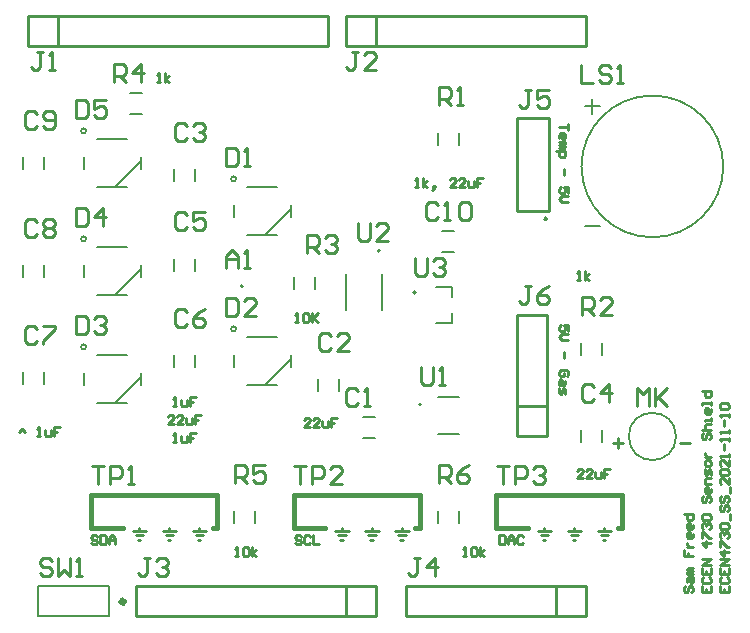
<source format=gto>
G04*
G04 #@! TF.GenerationSoftware,Altium Limited,Altium Designer,21.6.4 (81)*
G04*
G04 Layer_Color=65535*
%FSLAX25Y25*%
%MOIN*%
G70*
G04*
G04 #@! TF.SameCoordinates,79665CF2-DF80-4226-BAFE-3DB74E170362*
G04*
G04*
G04 #@! TF.FilePolarity,Positive*
G04*
G01*
G75*
%ADD10C,0.00787*%
%ADD11C,0.00500*%
%ADD12C,0.00600*%
%ADD13C,0.01000*%
%ADD14C,0.02000*%
%ADD15C,0.01500*%
%ADD16C,0.00787*%
D10*
X139106Y112928D02*
G03*
X139106Y112928I-394J0D01*
G01*
X127194Y126922D02*
G03*
X127194Y126922I-394J0D01*
G01*
X81504Y115000D02*
G03*
X81504Y115000I-394J0D01*
G01*
X140945Y75740D02*
G03*
X140945Y75740I-394J0D01*
G01*
D11*
X241622Y155000D02*
G03*
X241622Y155000I-23622J0D01*
G01*
X225874Y65000D02*
G03*
X225874Y65000I-7874J0D01*
G01*
X145996Y114930D02*
X151114D01*
Y111353D02*
Y114930D01*
Y102658D02*
Y106235D01*
X145996Y102658D02*
X151114D01*
X127785Y107237D02*
Y119048D01*
X115974Y107237D02*
Y119048D01*
X195500Y135000D02*
X200500D01*
X198000Y172500D02*
Y177500D01*
X195500Y175000D02*
X200500D01*
X146457Y65862D02*
X153543D01*
X146457Y78138D02*
X153543D01*
D12*
X79254Y100850D02*
G03*
X79254Y100850I-854J0D01*
G01*
Y150850D02*
G03*
X79254Y150850I-854J0D01*
G01*
X29254Y166850D02*
G03*
X29254Y166850I-854J0D01*
G01*
Y130850D02*
G03*
X29254Y130850I-854J0D01*
G01*
Y94850D02*
G03*
X29254Y94850I-854J0D01*
G01*
X105500Y114000D02*
Y118000D01*
X98500Y114000D02*
Y118000D01*
X89000Y82000D02*
X97400Y90750D01*
X78500Y88000D02*
Y92000D01*
X83000Y82000D02*
X93000D01*
X97500Y88000D02*
Y92000D01*
X83000Y98000D02*
X93000D01*
X106500Y80000D02*
Y84000D01*
X113500Y80000D02*
Y84000D01*
X121500Y71500D02*
X125500D01*
X121500Y64500D02*
X125500D01*
X153500Y162000D02*
Y166000D01*
X146500Y162000D02*
Y166000D01*
X201070Y92056D02*
Y96056D01*
X194070Y92056D02*
Y96056D01*
Y63000D02*
Y67000D01*
X201070Y63000D02*
Y67000D01*
X89000Y132000D02*
X97400Y140750D01*
X78500Y138000D02*
Y142000D01*
X83000Y132000D02*
X93000D01*
X97500Y138000D02*
Y142000D01*
X83000Y148000D02*
X93000D01*
X58500Y150000D02*
Y154000D01*
X65500Y150000D02*
Y154000D01*
Y120246D02*
Y124246D01*
X58500Y120246D02*
Y124246D01*
X44000Y172500D02*
X48000D01*
X44000Y179500D02*
X48000D01*
X15337Y154000D02*
Y158000D01*
X8337Y154000D02*
Y158000D01*
X15337Y118000D02*
Y122000D01*
X8337Y118000D02*
Y122000D01*
X15337Y82382D02*
Y86382D01*
X8337Y82382D02*
Y86382D01*
X39000Y148000D02*
X47400Y156750D01*
X28500Y154000D02*
Y158000D01*
X33000Y148000D02*
X43000D01*
X47500Y154000D02*
Y158000D01*
X33000Y164000D02*
X43000D01*
X39000Y112000D02*
X47400Y120750D01*
X28500Y118000D02*
Y122000D01*
X33000Y112000D02*
X43000D01*
X47500Y118000D02*
Y122000D01*
X33000Y128000D02*
X43000D01*
X39000Y76000D02*
X47400Y84750D01*
X28500Y82000D02*
Y86000D01*
X33000Y76000D02*
X43000D01*
X47500Y82000D02*
Y86000D01*
X33000Y92000D02*
X43000D01*
X58500Y88000D02*
Y92000D01*
X65500Y88000D02*
Y92000D01*
X78500Y36000D02*
Y40000D01*
X85500Y36000D02*
Y40000D01*
X148000Y126500D02*
X152000D01*
X148000Y133500D02*
X152000D01*
X146500Y36000D02*
Y40000D01*
X153500Y36000D02*
Y40000D01*
D13*
X182889Y137500D02*
G03*
X182889Y137500I-394J0D01*
G01*
X196000Y195000D02*
Y205000D01*
X116000Y195000D02*
X196000D01*
X116000D02*
Y205000D01*
X196000D01*
X126000Y195000D02*
Y205000D01*
X179750Y33500D02*
X184250D01*
X182000D02*
Y34527D01*
X180750Y32000D02*
X183250D01*
X181523Y30500D02*
X182250D01*
X189750Y33500D02*
X194250D01*
X192000D02*
Y34527D01*
X190750Y32000D02*
X193250D01*
X191523Y30500D02*
X192250D01*
X199750Y33500D02*
X204250D01*
X202000D02*
Y34527D01*
X200750Y32000D02*
X203250D01*
X201523Y30500D02*
X202250D01*
X134023D02*
X134750D01*
X133250Y32000D02*
X135750D01*
X134500Y33500D02*
Y34527D01*
X132250Y33500D02*
X136750D01*
X124023Y30500D02*
X124750D01*
X123250Y32000D02*
X125750D01*
X124500Y33500D02*
Y34527D01*
X122250Y33500D02*
X126750D01*
X114023Y30500D02*
X114750D01*
X113250Y32000D02*
X115750D01*
X114500Y33500D02*
Y34527D01*
X112250Y33500D02*
X116750D01*
X196000Y5000D02*
Y10000D01*
X186000Y5000D02*
X196000D01*
X186000D02*
Y15000D01*
X196000D01*
Y10000D02*
Y15000D01*
X136000Y5000D02*
X186000D01*
X136000Y15000D02*
X186000D01*
X136000Y5000D02*
Y15000D01*
X20000Y195000D02*
Y205000D01*
X10000D02*
X20000D01*
Y195000D02*
X110000D01*
Y205000D01*
X20000D02*
X110000D01*
X10000Y195000D02*
X20000D01*
X10000D02*
Y205000D01*
X66523Y30500D02*
X67250D01*
X65750Y32000D02*
X68250D01*
X67000Y33500D02*
Y34527D01*
X64750Y33500D02*
X69250D01*
X56523Y30500D02*
X57250D01*
X55750Y32000D02*
X58250D01*
X57000Y33500D02*
Y34527D01*
X54750Y33500D02*
X59250D01*
X46523Y30500D02*
X47250D01*
X45750Y32000D02*
X48250D01*
X47000Y33500D02*
Y34527D01*
X44750Y33500D02*
X49250D01*
X46000Y5000D02*
Y15000D01*
X126000D01*
Y5000D02*
Y15000D01*
X46000Y5000D02*
X126000D01*
X116000D02*
Y15000D01*
X183500Y140000D02*
Y171000D01*
X173000Y140000D02*
X183500D01*
X173000Y171000D02*
X183500D01*
X173000Y140000D02*
Y171000D01*
Y65000D02*
X178000D01*
X173000D02*
Y75000D01*
X183000D02*
Y105500D01*
X173000D02*
X183000D01*
X173000Y75000D02*
Y105500D01*
Y75000D02*
X183000D01*
Y65000D02*
Y75000D01*
X178000Y65000D02*
X183000D01*
X229003Y14999D02*
X228503Y14500D01*
Y13500D01*
X229003Y13000D01*
X229503D01*
X230003Y13500D01*
Y14500D01*
X230503Y14999D01*
X231003D01*
X231503Y14500D01*
Y13500D01*
X231003Y13000D01*
X229503Y16499D02*
Y17499D01*
X230003Y17998D01*
X231503D01*
Y16499D01*
X231003Y15999D01*
X230503Y16499D01*
Y17998D01*
X231503Y18998D02*
X229503D01*
Y19498D01*
X230003Y19998D01*
X231503D01*
X230003D01*
X229503Y20498D01*
X230003Y20997D01*
X231503D01*
X228503Y26996D02*
Y24996D01*
X230003D01*
Y25996D01*
Y24996D01*
X231503D01*
X229503Y27995D02*
X231503D01*
X230503D01*
X230003Y28495D01*
X229503Y28995D01*
Y29495D01*
X231503Y32494D02*
Y31494D01*
X231003Y30994D01*
X230003D01*
X229503Y31494D01*
Y32494D01*
X230003Y32994D01*
X230503D01*
Y30994D01*
X231503Y35493D02*
Y34493D01*
X231003Y33993D01*
X230003D01*
X229503Y34493D01*
Y35493D01*
X230003Y35993D01*
X230503D01*
Y33993D01*
X228503Y38992D02*
X231503D01*
Y37492D01*
X231003Y36992D01*
X230003D01*
X229503Y37492D01*
Y38992D01*
X234502Y14999D02*
Y13000D01*
X237501D01*
Y14999D01*
X236002Y13000D02*
Y14000D01*
X235002Y17998D02*
X234502Y17499D01*
Y16499D01*
X235002Y15999D01*
X237001D01*
X237501Y16499D01*
Y17499D01*
X237001Y17998D01*
X234502Y20997D02*
Y18998D01*
X237501D01*
Y20997D01*
X236002Y18998D02*
Y19998D01*
X237501Y21997D02*
X234502D01*
X237501Y23996D01*
X234502D01*
X237501Y29495D02*
X234502D01*
X236002Y27995D01*
Y29994D01*
X234502Y30994D02*
Y32994D01*
X235002D01*
X237001Y30994D01*
X237501D01*
X235002Y33993D02*
X234502Y34493D01*
Y35493D01*
X235002Y35993D01*
X235502D01*
X236002Y35493D01*
Y34993D01*
Y35493D01*
X236502Y35993D01*
X237001D01*
X237501Y35493D01*
Y34493D01*
X237001Y33993D01*
X235002Y36992D02*
X234502Y37492D01*
Y38492D01*
X235002Y38992D01*
X237001D01*
X237501Y38492D01*
Y37492D01*
X237001Y36992D01*
X235002D01*
Y44990D02*
X234502Y44490D01*
Y43490D01*
X235002Y42990D01*
X235502D01*
X236002Y43490D01*
Y44490D01*
X236502Y44990D01*
X237001D01*
X237501Y44490D01*
Y43490D01*
X237001Y42990D01*
X237501Y47489D02*
Y46489D01*
X237001Y45989D01*
X236002D01*
X235502Y46489D01*
Y47489D01*
X236002Y47989D01*
X236502D01*
Y45989D01*
X237501Y48988D02*
X235502D01*
Y50488D01*
X236002Y50988D01*
X237501D01*
Y51987D02*
Y53487D01*
X237001Y53987D01*
X236502Y53487D01*
Y52487D01*
X236002Y51987D01*
X235502Y52487D01*
Y53987D01*
X237501Y55486D02*
Y56486D01*
X237001Y56986D01*
X236002D01*
X235502Y56486D01*
Y55486D01*
X236002Y54986D01*
X237001D01*
X237501Y55486D01*
X235502Y57986D02*
X237501D01*
X236502D01*
X236002Y58485D01*
X235502Y58985D01*
Y59485D01*
X235002Y65983D02*
X234502Y65483D01*
Y64483D01*
X235002Y63984D01*
X235502D01*
X236002Y64483D01*
Y65483D01*
X236502Y65983D01*
X237001D01*
X237501Y65483D01*
Y64483D01*
X237001Y63984D01*
X234502Y66983D02*
X237501D01*
X236002D01*
X235502Y67482D01*
Y68482D01*
X236002Y68982D01*
X237501D01*
Y69982D02*
Y70981D01*
Y70481D01*
X235502D01*
Y69982D01*
X237501Y73980D02*
Y72981D01*
X237001Y72481D01*
X236002D01*
X235502Y72981D01*
Y73980D01*
X236002Y74480D01*
X236502D01*
Y72481D01*
X237501Y75480D02*
Y76480D01*
Y75980D01*
X234502D01*
Y75480D01*
Y79978D02*
X237501D01*
Y78479D01*
X237001Y77979D01*
X236002D01*
X235502Y78479D01*
Y79978D01*
X240501Y14999D02*
Y13000D01*
X243500D01*
Y14999D01*
X242001Y13000D02*
Y14000D01*
X241001Y17998D02*
X240501Y17499D01*
Y16499D01*
X241001Y15999D01*
X243000D01*
X243500Y16499D01*
Y17499D01*
X243000Y17998D01*
X240501Y20997D02*
Y18998D01*
X243500D01*
Y20997D01*
X242001Y18998D02*
Y19998D01*
X243500Y21997D02*
X240501D01*
X243500Y23996D01*
X240501D01*
X243500Y26496D02*
X240501D01*
X242001Y24996D01*
Y26996D01*
X240501Y27995D02*
Y29994D01*
X241001D01*
X243000Y27995D01*
X243500D01*
X241001Y30994D02*
X240501Y31494D01*
Y32494D01*
X241001Y32994D01*
X241501D01*
X242001Y32494D01*
Y31994D01*
Y32494D01*
X242500Y32994D01*
X243000D01*
X243500Y32494D01*
Y31494D01*
X243000Y30994D01*
X241001Y33993D02*
X240501Y34493D01*
Y35493D01*
X241001Y35993D01*
X243000D01*
X243500Y35493D01*
Y34493D01*
X243000Y33993D01*
X241001D01*
X244000Y36992D02*
Y38992D01*
X241001Y41991D02*
X240501Y41491D01*
Y40491D01*
X241001Y39991D01*
X241501D01*
X242001Y40491D01*
Y41491D01*
X242500Y41991D01*
X243000D01*
X243500Y41491D01*
Y40491D01*
X243000Y39991D01*
X241001Y44990D02*
X240501Y44490D01*
Y43490D01*
X241001Y42990D01*
X241501D01*
X242001Y43490D01*
Y44490D01*
X242500Y44990D01*
X243000D01*
X243500Y44490D01*
Y43490D01*
X243000Y42990D01*
X244000Y45989D02*
Y47989D01*
X243500Y50988D02*
Y48988D01*
X241501Y50988D01*
X241001D01*
X240501Y50488D01*
Y49488D01*
X241001Y48988D01*
Y51987D02*
X240501Y52487D01*
Y53487D01*
X241001Y53987D01*
X243000D01*
X243500Y53487D01*
Y52487D01*
X243000Y51987D01*
X241001D01*
X243500Y56986D02*
Y54986D01*
X241501Y56986D01*
X241001D01*
X240501Y56486D01*
Y55486D01*
X241001Y54986D01*
X243500Y57986D02*
Y58985D01*
Y58485D01*
X240501D01*
X241001Y57986D01*
X242001Y60485D02*
Y62484D01*
X243500Y63484D02*
Y64483D01*
Y63984D01*
X240501D01*
X241001Y63484D01*
X243500Y65983D02*
Y66983D01*
Y66483D01*
X240501D01*
X241001Y65983D01*
X242001Y68482D02*
Y70481D01*
X243500Y71481D02*
Y72481D01*
Y71981D01*
X240501D01*
X241001Y71481D01*
Y73980D02*
X240501Y74480D01*
Y75480D01*
X241001Y75980D01*
X243000D01*
X243500Y75480D01*
Y74480D01*
X243000Y73980D01*
X241001D01*
X58251Y74998D02*
X59251D01*
X58751D01*
Y77997D01*
X58251Y77497D01*
X60750Y76997D02*
Y75498D01*
X61250Y74998D01*
X62750D01*
Y76997D01*
X65749Y77997D02*
X63749D01*
Y76497D01*
X64749D01*
X63749D01*
Y74998D01*
X58501Y68999D02*
X56502D01*
X58501Y70998D01*
Y71498D01*
X58001Y71998D01*
X57002D01*
X56502Y71498D01*
X61500Y68999D02*
X59501D01*
X61500Y70998D01*
Y71498D01*
X61000Y71998D01*
X60001D01*
X59501Y71498D01*
X62500Y70998D02*
Y69499D01*
X63000Y68999D01*
X64499D01*
Y70998D01*
X67498Y71998D02*
X65499D01*
Y70498D01*
X66499D01*
X65499D01*
Y68999D01*
X58251Y63000D02*
X59251D01*
X58751D01*
Y65999D01*
X58251Y65499D01*
X60750Y64999D02*
Y63500D01*
X61250Y63000D01*
X62750D01*
Y64999D01*
X65749Y65999D02*
X63749D01*
Y64499D01*
X64749D01*
X63749D01*
Y63000D01*
X138900Y124598D02*
Y119600D01*
X139900Y118600D01*
X141899D01*
X142899Y119600D01*
Y124598D01*
X144898Y123598D02*
X145898Y124598D01*
X147897D01*
X148897Y123598D01*
Y122599D01*
X147897Y121599D01*
X146897D01*
X147897D01*
X148897Y120599D01*
Y119600D01*
X147897Y118600D01*
X145898D01*
X144898Y119600D01*
X120002Y135999D02*
Y131001D01*
X121001Y130001D01*
X123001D01*
X124000Y131001D01*
Y135999D01*
X129998Y130001D02*
X126000D01*
X129998Y134000D01*
Y134999D01*
X128999Y135999D01*
X126999D01*
X126000Y134999D01*
X103002Y126001D02*
Y131999D01*
X106001D01*
X107000Y130999D01*
Y129000D01*
X106001Y128000D01*
X103002D01*
X105001D02*
X107000Y126001D01*
X109000Y130999D02*
X109999Y131999D01*
X111999D01*
X112998Y130999D01*
Y130000D01*
X111999Y129000D01*
X110999D01*
X111999D01*
X112998Y128000D01*
Y127001D01*
X111999Y126001D01*
X109999D01*
X109000Y127001D01*
X189999Y169000D02*
Y167001D01*
Y168000D01*
X187000D01*
Y164501D02*
Y165501D01*
X187499Y166001D01*
X188499D01*
X188999Y165501D01*
Y164501D01*
X188499Y164002D01*
X187999D01*
Y166001D01*
X187000Y163002D02*
X188999D01*
Y162502D01*
X188499Y162002D01*
X187000D01*
X188499D01*
X188999Y161502D01*
X188499Y161003D01*
X187000D01*
X186000Y160003D02*
X188999D01*
Y158503D01*
X188499Y158004D01*
X187499D01*
X187000Y158503D01*
Y160003D01*
X188499Y154005D02*
Y152006D01*
X189999Y146007D02*
Y148007D01*
X188499D01*
X188999Y147007D01*
Y146507D01*
X188499Y146007D01*
X187499D01*
X187000Y146507D01*
Y147507D01*
X187499Y148007D01*
X189999Y145008D02*
X187999D01*
X187000Y144008D01*
X187999Y143008D01*
X189999D01*
X120000Y192999D02*
X118001D01*
X119001D01*
Y188001D01*
X118001Y187001D01*
X117001D01*
X116002Y188001D01*
X125998Y187001D02*
X122000D01*
X125998Y191000D01*
Y191999D01*
X124999Y192999D01*
X122999D01*
X122000Y191999D01*
X189999Y100001D02*
Y102000D01*
X188499D01*
X188999Y101000D01*
Y100501D01*
X188499Y100001D01*
X187499D01*
X187000Y100501D01*
Y101500D01*
X187499Y102000D01*
X189999Y99001D02*
X187999D01*
X187000Y98001D01*
X187999Y97002D01*
X189999D01*
X188499Y93003D02*
Y91004D01*
X189499Y85005D02*
X189999Y85505D01*
Y86505D01*
X189499Y87005D01*
X187499D01*
X187000Y86505D01*
Y85505D01*
X187499Y85005D01*
X188499D01*
Y86005D01*
X188999Y83506D02*
Y82506D01*
X188499Y82007D01*
X187000D01*
Y83506D01*
X187499Y84006D01*
X187999Y83506D01*
Y82007D01*
X187000Y81007D02*
Y79507D01*
X187499Y79007D01*
X187999Y79507D01*
Y80507D01*
X188499Y81007D01*
X188999Y80507D01*
Y79007D01*
X194300Y188698D02*
Y182700D01*
X198299D01*
X204297Y187698D02*
X203297Y188698D01*
X201298D01*
X200298Y187698D01*
Y186699D01*
X201298Y185699D01*
X203297D01*
X204297Y184699D01*
Y183700D01*
X203297Y182700D01*
X201298D01*
X200298Y183700D01*
X206296Y182700D02*
X208295D01*
X207296D01*
Y188698D01*
X206296Y187698D01*
X194999Y51000D02*
X193000D01*
X194999Y52999D01*
Y53499D01*
X194500Y53999D01*
X193500D01*
X193000Y53499D01*
X197998Y51000D02*
X195999D01*
X197998Y52999D01*
Y53499D01*
X197499Y53999D01*
X196499D01*
X195999Y53499D01*
X198998Y52999D02*
Y51500D01*
X199498Y51000D01*
X200997D01*
Y52999D01*
X203996Y53999D02*
X201997D01*
Y52500D01*
X202997D01*
X201997D01*
Y51000D01*
X193000Y117000D02*
X194000D01*
X193500D01*
Y119999D01*
X193000Y119499D01*
X195499Y117000D02*
Y119999D01*
Y118000D02*
X196999Y118999D01*
X195499Y118000D02*
X196999Y117000D01*
X155000Y25000D02*
X156000D01*
X155500D01*
Y27999D01*
X155000Y27499D01*
X157499D02*
X157999Y27999D01*
X158999D01*
X159499Y27499D01*
Y25500D01*
X158999Y25000D01*
X157999D01*
X157499Y25500D01*
Y27499D01*
X160498Y25000D02*
Y27999D01*
Y26000D02*
X161998Y26999D01*
X160498Y26000D02*
X161998Y25000D01*
X79000D02*
X80000D01*
X79500D01*
Y27999D01*
X79000Y27499D01*
X81499D02*
X81999Y27999D01*
X82999D01*
X83499Y27499D01*
Y25500D01*
X82999Y25000D01*
X81999D01*
X81499Y25500D01*
Y27499D01*
X84498Y25000D02*
Y27999D01*
Y26000D02*
X85998Y26999D01*
X84498Y26000D02*
X85998Y25000D01*
X213002Y75001D02*
Y80999D01*
X215001Y79000D01*
X217000Y80999D01*
Y75001D01*
X219000Y80999D02*
Y75001D01*
Y77000D01*
X222998Y80999D01*
X219999Y78000D01*
X222998Y75001D01*
X227055Y62775D02*
X230387D01*
X205008D02*
X208340D01*
X206674Y64441D02*
Y61109D01*
X139000Y148000D02*
X140000D01*
X139500D01*
Y150999D01*
X139000Y150499D01*
X141499Y148000D02*
Y150999D01*
Y148999D02*
X142999Y149999D01*
X141499Y148999D02*
X142999Y148000D01*
X144998Y147500D02*
X145498Y148000D01*
Y148500D01*
X144998D01*
Y148000D01*
X145498D01*
X144998Y147500D01*
X144498Y147000D01*
X152496Y148000D02*
X150496D01*
X152496Y149999D01*
Y150499D01*
X151996Y150999D01*
X150996D01*
X150496Y150499D01*
X155495Y148000D02*
X153495D01*
X155495Y149999D01*
Y150499D01*
X154995Y150999D01*
X153995D01*
X153495Y150499D01*
X156494Y149999D02*
Y148500D01*
X156994Y148000D01*
X158494D01*
Y149999D01*
X161493Y150999D02*
X159493D01*
Y149499D01*
X160493D01*
X159493D01*
Y148000D01*
X103999Y68000D02*
X102000D01*
X103999Y69999D01*
Y70499D01*
X103499Y70999D01*
X102500D01*
X102000Y70499D01*
X106998Y68000D02*
X104999D01*
X106998Y69999D01*
Y70499D01*
X106499Y70999D01*
X105499D01*
X104999Y70499D01*
X107998Y69999D02*
Y68500D01*
X108498Y68000D01*
X109997D01*
Y69999D01*
X112996Y70999D02*
X110997D01*
Y69499D01*
X111997D01*
X110997D01*
Y68000D01*
X99000Y103000D02*
X100000D01*
X99500D01*
Y105999D01*
X99000Y105499D01*
X101499D02*
X101999Y105999D01*
X102999D01*
X103498Y105499D01*
Y103500D01*
X102999Y103000D01*
X101999D01*
X101499Y103500D01*
Y105499D01*
X104498Y105999D02*
Y103000D01*
Y104000D01*
X106498Y105999D01*
X104998Y104499D01*
X106498Y103000D01*
X53000Y183000D02*
X54000D01*
X53500D01*
Y185999D01*
X53000Y185499D01*
X55499Y183000D02*
Y185999D01*
Y184000D02*
X56999Y184999D01*
X55499Y184000D02*
X56999Y183000D01*
X7000Y66500D02*
X8000Y67499D01*
X8999Y66500D01*
X12998Y65000D02*
X13998D01*
X13498D01*
Y67999D01*
X12998Y67499D01*
X15497Y66999D02*
Y65500D01*
X15997Y65000D01*
X17497D01*
Y66999D01*
X20496Y67999D02*
X18496D01*
Y66500D01*
X19496D01*
X18496D01*
Y65000D01*
X167000Y31999D02*
Y29000D01*
X168500D01*
X168999Y29500D01*
Y31499D01*
X168500Y31999D01*
X167000D01*
X169999Y29000D02*
Y30999D01*
X170999Y31999D01*
X171998Y30999D01*
Y29000D01*
Y30500D01*
X169999D01*
X174997Y31499D02*
X174498Y31999D01*
X173498D01*
X172998Y31499D01*
Y29500D01*
X173498Y29000D01*
X174498D01*
X174997Y29500D01*
X100999Y31499D02*
X100499Y31999D01*
X99500D01*
X99000Y31499D01*
Y30999D01*
X99500Y30500D01*
X100499D01*
X100999Y30000D01*
Y29500D01*
X100499Y29000D01*
X99500D01*
X99000Y29500D01*
X103998Y31499D02*
X103499Y31999D01*
X102499D01*
X101999Y31499D01*
Y29500D01*
X102499Y29000D01*
X103499D01*
X103998Y29500D01*
X104998Y31999D02*
Y29000D01*
X106997D01*
X32999Y31499D02*
X32500Y31999D01*
X31500D01*
X31000Y31499D01*
Y30999D01*
X31500Y30500D01*
X32500D01*
X32999Y30000D01*
Y29500D01*
X32500Y29000D01*
X31500D01*
X31000Y29500D01*
X33999Y31999D02*
Y29000D01*
X35499D01*
X35998Y29500D01*
Y31499D01*
X35499Y31999D01*
X33999D01*
X36998Y29000D02*
Y30999D01*
X37998Y31999D01*
X38997Y30999D01*
Y29000D01*
Y30500D01*
X36998D01*
X75900Y110998D02*
Y105000D01*
X78899D01*
X79899Y106000D01*
Y109998D01*
X78899Y110998D01*
X75900D01*
X85897Y105000D02*
X81898D01*
X85897Y108999D01*
Y109998D01*
X84897Y110998D01*
X82898D01*
X81898Y109998D01*
X166200Y55198D02*
X170199D01*
X168199D01*
Y49200D01*
X172198D02*
Y55198D01*
X175197D01*
X176197Y54198D01*
Y52199D01*
X175197Y51199D01*
X172198D01*
X178196Y54198D02*
X179196Y55198D01*
X181195D01*
X182195Y54198D01*
Y53199D01*
X181195Y52199D01*
X180195D01*
X181195D01*
X182195Y51199D01*
Y50200D01*
X181195Y49200D01*
X179196D01*
X178196Y50200D01*
X98700Y55198D02*
X102699D01*
X100699D01*
Y49200D01*
X104698D02*
Y55198D01*
X107697D01*
X108697Y54198D01*
Y52199D01*
X107697Y51199D01*
X104698D01*
X114695Y49200D02*
X110696D01*
X114695Y53199D01*
Y54198D01*
X113695Y55198D01*
X111696D01*
X110696Y54198D01*
X76001Y121001D02*
Y125000D01*
X78001Y126999D01*
X80000Y125000D01*
Y121001D01*
Y124000D01*
X76001D01*
X81999Y121001D02*
X83999D01*
X82999D01*
Y126999D01*
X81999Y125999D01*
X140499Y24498D02*
X138499D01*
X139499D01*
Y19500D01*
X138499Y18500D01*
X137500D01*
X136500Y19500D01*
X145497Y18500D02*
Y24498D01*
X142498Y21499D01*
X146497D01*
X15000Y192999D02*
X13001D01*
X14000D01*
Y188001D01*
X13001Y187001D01*
X12001D01*
X11001Y188001D01*
X16999Y187001D02*
X18999D01*
X17999D01*
Y192999D01*
X16999Y191999D01*
X140800Y88198D02*
Y83200D01*
X141800Y82200D01*
X143799D01*
X144799Y83200D01*
Y88198D01*
X146798Y82200D02*
X148797D01*
X147798D01*
Y88198D01*
X146798Y87198D01*
X110999Y98498D02*
X109999Y99498D01*
X108000D01*
X107000Y98498D01*
Y94500D01*
X108000Y93500D01*
X109999D01*
X110999Y94500D01*
X116997Y93500D02*
X112998D01*
X116997Y97499D01*
Y98498D01*
X115997Y99498D01*
X113998D01*
X112998Y98498D01*
X119999Y79998D02*
X118999Y80998D01*
X117000D01*
X116000Y79998D01*
Y76000D01*
X117000Y75000D01*
X118999D01*
X119999Y76000D01*
X121998Y75000D02*
X123997D01*
X122998D01*
Y80998D01*
X121998Y79998D01*
X31200Y55198D02*
X35199D01*
X33199D01*
Y49200D01*
X37198D02*
Y55198D01*
X40197D01*
X41197Y54198D01*
Y52199D01*
X40197Y51199D01*
X37198D01*
X43196Y49200D02*
X45195D01*
X44196D01*
Y55198D01*
X43196Y54198D01*
X147000Y175500D02*
Y181498D01*
X149999D01*
X150999Y180498D01*
Y178499D01*
X149999Y177499D01*
X147000D01*
X148999D02*
X150999Y175500D01*
X152998D02*
X154997D01*
X153998D01*
Y181498D01*
X152998Y180498D01*
X194600Y105600D02*
Y111598D01*
X197599D01*
X198599Y110598D01*
Y108599D01*
X197599Y107599D01*
X194600D01*
X196599D02*
X198599Y105600D01*
X204597D02*
X200598D01*
X204597Y109599D01*
Y110598D01*
X203597Y111598D01*
X201598D01*
X200598Y110598D01*
X198599Y81498D02*
X197599Y82498D01*
X195600D01*
X194600Y81498D01*
Y77500D01*
X195600Y76500D01*
X197599D01*
X198599Y77500D01*
X203597Y76500D02*
Y82498D01*
X200598Y79499D01*
X204597D01*
X75900Y160998D02*
Y155000D01*
X78899D01*
X79899Y156000D01*
Y159998D01*
X78899Y160998D01*
X75900D01*
X81898Y155000D02*
X83897D01*
X82898D01*
Y160998D01*
X81898Y159998D01*
X62999Y168498D02*
X61999Y169498D01*
X60000D01*
X59000Y168498D01*
Y164500D01*
X60000Y163500D01*
X61999D01*
X62999Y164500D01*
X64998Y168498D02*
X65998Y169498D01*
X67997D01*
X68997Y168498D01*
Y167499D01*
X67997Y166499D01*
X66997D01*
X67997D01*
X68997Y165499D01*
Y164500D01*
X67997Y163500D01*
X65998D01*
X64998Y164500D01*
X62999Y138698D02*
X61999Y139698D01*
X60000D01*
X59000Y138698D01*
Y134700D01*
X60000Y133700D01*
X61999D01*
X62999Y134700D01*
X68997Y139698D02*
X64998D01*
Y136699D01*
X66997Y137699D01*
X67997D01*
X68997Y136699D01*
Y134700D01*
X67997Y133700D01*
X65998D01*
X64998Y134700D01*
X38500Y183000D02*
Y188998D01*
X41499D01*
X42499Y187998D01*
Y185999D01*
X41499Y184999D01*
X38500D01*
X40499D02*
X42499Y183000D01*
X47497D02*
Y188998D01*
X44498Y185999D01*
X48497D01*
X12899Y172498D02*
X11899Y173498D01*
X9900D01*
X8900Y172498D01*
Y168500D01*
X9900Y167500D01*
X11899D01*
X12899Y168500D01*
X14898D02*
X15898Y167500D01*
X17897D01*
X18897Y168500D01*
Y172498D01*
X17897Y173498D01*
X15898D01*
X14898Y172498D01*
Y171499D01*
X15898Y170499D01*
X18897D01*
X12899Y136498D02*
X11899Y137498D01*
X9900D01*
X8900Y136498D01*
Y132500D01*
X9900Y131500D01*
X11899D01*
X12899Y132500D01*
X14898Y136498D02*
X15898Y137498D01*
X17897D01*
X18897Y136498D01*
Y135499D01*
X17897Y134499D01*
X18897Y133499D01*
Y132500D01*
X17897Y131500D01*
X15898D01*
X14898Y132500D01*
Y133499D01*
X15898Y134499D01*
X14898Y135499D01*
Y136498D01*
X15898Y134499D02*
X17897D01*
X12899Y100898D02*
X11899Y101898D01*
X9900D01*
X8900Y100898D01*
Y96900D01*
X9900Y95900D01*
X11899D01*
X12899Y96900D01*
X14898Y101898D02*
X18897D01*
Y100898D01*
X14898Y96900D01*
Y95900D01*
X25900Y176998D02*
Y171000D01*
X28899D01*
X29899Y172000D01*
Y175998D01*
X28899Y176998D01*
X25900D01*
X35897D02*
X31898D01*
Y173999D01*
X33897Y174999D01*
X34897D01*
X35897Y173999D01*
Y172000D01*
X34897Y171000D01*
X32898D01*
X31898Y172000D01*
X25900Y140998D02*
Y135000D01*
X28899D01*
X29899Y136000D01*
Y139998D01*
X28899Y140998D01*
X25900D01*
X34897Y135000D02*
Y140998D01*
X31898Y137999D01*
X35897D01*
X25900Y104998D02*
Y99000D01*
X28899D01*
X29899Y100000D01*
Y103998D01*
X28899Y104998D01*
X25900D01*
X31898Y103998D02*
X32898Y104998D01*
X34897D01*
X35897Y103998D01*
Y102999D01*
X34897Y101999D01*
X33897D01*
X34897D01*
X35897Y100999D01*
Y100000D01*
X34897Y99000D01*
X32898D01*
X31898Y100000D01*
X62999Y106498D02*
X61999Y107498D01*
X60000D01*
X59000Y106498D01*
Y102500D01*
X60000Y101500D01*
X61999D01*
X62999Y102500D01*
X68997Y107498D02*
X66997Y106498D01*
X64998Y104499D01*
Y102500D01*
X65998Y101500D01*
X67997D01*
X68997Y102500D01*
Y103499D01*
X67997Y104499D01*
X64998D01*
X50499Y24498D02*
X48499D01*
X49499D01*
Y19500D01*
X48499Y18500D01*
X47500D01*
X46500Y19500D01*
X52498Y23498D02*
X53498Y24498D01*
X55497D01*
X56497Y23498D01*
Y22499D01*
X55497Y21499D01*
X54497D01*
X55497D01*
X56497Y20499D01*
Y19500D01*
X55497Y18500D01*
X53498D01*
X52498Y19500D01*
X79000Y49500D02*
Y55498D01*
X81999D01*
X82999Y54498D01*
Y52499D01*
X81999Y51499D01*
X79000D01*
X80999D02*
X82999Y49500D01*
X88997Y55498D02*
X84998D01*
Y52499D01*
X86997Y53499D01*
X87997D01*
X88997Y52499D01*
Y50500D01*
X87997Y49500D01*
X85998D01*
X84998Y50500D01*
X146499Y141998D02*
X145499Y142998D01*
X143500D01*
X142500Y141998D01*
Y138000D01*
X143500Y137000D01*
X145499D01*
X146499Y138000D01*
X148498Y137000D02*
X150497D01*
X149498D01*
Y142998D01*
X148498Y141998D01*
X153496D02*
X154496Y142998D01*
X156495D01*
X157495Y141998D01*
Y138000D01*
X156495Y137000D01*
X154496D01*
X153496Y138000D01*
Y141998D01*
X147000Y49500D02*
Y55498D01*
X149999D01*
X150999Y54498D01*
Y52499D01*
X149999Y51499D01*
X147000D01*
X148999D02*
X150999Y49500D01*
X156997Y55498D02*
X154997Y54498D01*
X152998Y52499D01*
Y50500D01*
X153998Y49500D01*
X155997D01*
X156997Y50500D01*
Y51499D01*
X155997Y52499D01*
X152998D01*
X177499Y180498D02*
X175499D01*
X176499D01*
Y175500D01*
X175499Y174500D01*
X174500D01*
X173500Y175500D01*
X183497Y180498D02*
X179498D01*
Y177499D01*
X181497Y178499D01*
X182497D01*
X183497Y177499D01*
Y175500D01*
X182497Y174500D01*
X180498D01*
X179498Y175500D01*
X177499Y114998D02*
X175499D01*
X176499D01*
Y110000D01*
X175499Y109000D01*
X174500D01*
X173500Y110000D01*
X183497Y114998D02*
X181497Y113998D01*
X179498Y111999D01*
Y110000D01*
X180498Y109000D01*
X182497D01*
X183497Y110000D01*
Y110999D01*
X182497Y111999D01*
X179498D01*
X17799Y23398D02*
X16799Y24398D01*
X14800D01*
X13800Y23398D01*
Y22399D01*
X14800Y21399D01*
X16799D01*
X17799Y20399D01*
Y19400D01*
X16799Y18400D01*
X14800D01*
X13800Y19400D01*
X19798Y24398D02*
Y18400D01*
X21797Y20399D01*
X23797Y18400D01*
Y24398D01*
X25796Y18400D02*
X27795D01*
X26796D01*
Y24398D01*
X25796Y23398D01*
D14*
X41911Y9844D02*
G03*
X41911Y9844I-500J0D01*
G01*
D15*
X166000Y34500D02*
X176500D01*
X166000D02*
Y45500D01*
X206500Y34500D02*
X208000D01*
Y45500D01*
X166000D02*
X208000D01*
X98500D02*
X140500D01*
Y34500D02*
Y45500D01*
X139000Y34500D02*
X140500D01*
X98500D02*
Y45500D01*
Y34500D02*
X109000D01*
X31000Y45500D02*
X73000D01*
Y34500D02*
Y45500D01*
X71500Y34500D02*
X73000D01*
X31000D02*
Y45500D01*
Y34500D02*
X41500D01*
D16*
X13228Y15000D02*
X36772D01*
Y5035D02*
Y15000D01*
X13228Y5035D02*
X36772D01*
X13228D02*
Y15000D01*
M02*

</source>
